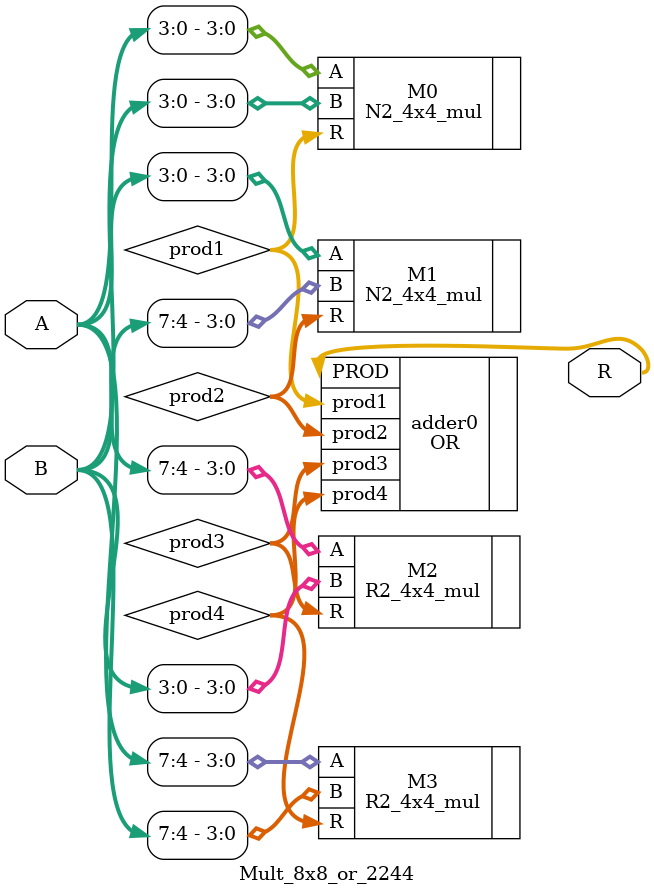
<source format=v>
module Mult_8x8_or_2244(
input [7:0] A,
input [7:0] B,
output [15:0]R
);
wire [7:0]prod1;
wire [7:0]prod2;
wire [7:0]prod3;
wire [7:0]prod4;

N2_4x4_mul M0(.A(A[3:0]),.B(B[3:0]),.R(prod1));
N2_4x4_mul M1(.A(A[3:0]),.B(B[7:4]),.R(prod2));
R2_4x4_mul M2(.A(A[7:4]),.B(B[3:0]),.R(prod3));
R2_4x4_mul M3(.A(A[7:4]),.B(B[7:4]),.R(prod4));
OR adder0(.prod1(prod1),.prod2(prod2),.prod3(prod3),.prod4(prod4),.PROD(R));
endmodule

</source>
